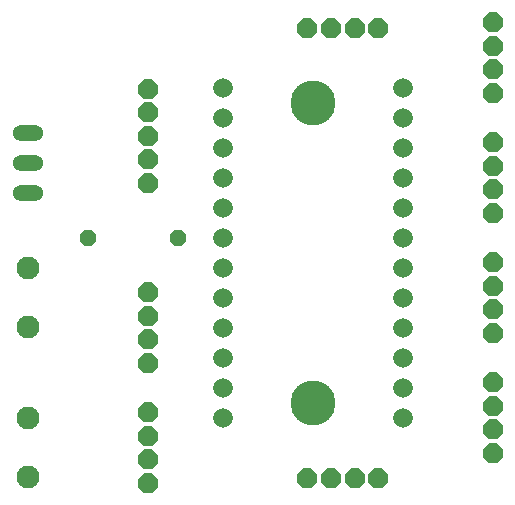
<source format=gbr>
%TF.GenerationSoftware,KiCad,Pcbnew,8.0.7*%
%TF.CreationDate,2025-04-10T14:03:15-05:00*%
%TF.ProjectId,AgBot_V2,4167426f-745f-4563-922e-6b696361645f,rev?*%
%TF.SameCoordinates,Original*%
%TF.FileFunction,Copper,L10,Inr*%
%TF.FilePolarity,Positive*%
%FSLAX46Y46*%
G04 Gerber Fmt 4.6, Leading zero omitted, Abs format (unit mm)*
G04 Created by KiCad (PCBNEW 8.0.7) date 2025-04-10 14:03:15*
%MOMM*%
%LPD*%
G01*
G04 APERTURE LIST*
G04 Aperture macros list*
%AMOutline5P*
0 Free polygon, 5 corners , with rotation*
0 The origin of the aperture is its center*
0 number of corners: always 5*
0 $1 to $10 corner X, Y*
0 $11 Rotation angle, in degrees counterclockwise*
0 create outline with 5 corners*
4,1,5,$1,$2,$3,$4,$5,$6,$7,$8,$9,$10,$1,$2,$11*%
%AMOutline6P*
0 Free polygon, 6 corners , with rotation*
0 The origin of the aperture is its center*
0 number of corners: always 6*
0 $1 to $12 corner X, Y*
0 $13 Rotation angle, in degrees counterclockwise*
0 create outline with 6 corners*
4,1,6,$1,$2,$3,$4,$5,$6,$7,$8,$9,$10,$11,$12,$1,$2,$13*%
%AMOutline7P*
0 Free polygon, 7 corners , with rotation*
0 The origin of the aperture is its center*
0 number of corners: always 7*
0 $1 to $14 corner X, Y*
0 $15 Rotation angle, in degrees counterclockwise*
0 create outline with 7 corners*
4,1,7,$1,$2,$3,$4,$5,$6,$7,$8,$9,$10,$11,$12,$13,$14,$1,$2,$15*%
%AMOutline8P*
0 Free polygon, 8 corners , with rotation*
0 The origin of the aperture is its center*
0 number of corners: always 8*
0 $1 to $16 corner X, Y*
0 $17 Rotation angle, in degrees counterclockwise*
0 create outline with 8 corners*
4,1,8,$1,$2,$3,$4,$5,$6,$7,$8,$9,$10,$11,$12,$13,$14,$15,$16,$1,$2,$17*%
G04 Aperture macros list end*
%TA.AperFunction,ComponentPad*%
%ADD10C,3.810000*%
%TD*%
%TA.AperFunction,ComponentPad*%
%ADD11C,1.665000*%
%TD*%
%TA.AperFunction,ComponentPad*%
%ADD12Outline8P,-0.660400X0.273547X-0.273547X0.660400X0.273547X0.660400X0.660400X0.273547X0.660400X-0.273547X0.273547X-0.660400X-0.273547X-0.660400X-0.660400X-0.273547X180.000000*%
%TD*%
%TA.AperFunction,ComponentPad*%
%ADD13Outline8P,-0.838200X0.347194X-0.347194X0.838200X0.347194X0.838200X0.838200X0.347194X0.838200X-0.347194X0.347194X-0.838200X-0.347194X-0.838200X-0.838200X-0.347194X90.000000*%
%TD*%
%TA.AperFunction,ComponentPad*%
%ADD14Outline8P,-0.838200X0.347194X-0.347194X0.838200X0.347194X0.838200X0.838200X0.347194X0.838200X-0.347194X0.347194X-0.838200X-0.347194X-0.838200X-0.838200X-0.347194X180.000000*%
%TD*%
%TA.AperFunction,ComponentPad*%
%ADD15Outline8P,-0.838200X0.347194X-0.347194X0.838200X0.347194X0.838200X0.838200X0.347194X0.838200X-0.347194X0.347194X-0.838200X-0.347194X-0.838200X-0.838200X-0.347194X270.000000*%
%TD*%
%TA.AperFunction,ComponentPad*%
%ADD16Outline8P,-0.838200X0.347194X-0.347194X0.838200X0.347194X0.838200X0.838200X0.347194X0.838200X-0.347194X0.347194X-0.838200X-0.347194X-0.838200X-0.838200X-0.347194X0.000000*%
%TD*%
%TA.AperFunction,ComponentPad*%
%ADD17O,2.641600X1.320800*%
%TD*%
%TA.AperFunction,ComponentPad*%
%ADD18C,1.950000*%
%TD*%
G04 APERTURE END LIST*
D10*
%TO.N,N/C*%
%TO.C,TCA9548A_MUX0*%
X153581100Y-117068600D03*
X153581100Y-91668600D03*
D11*
%TO.N,SCL7*%
X161201100Y-90398600D03*
%TO.N,SDA7*%
X161201100Y-92938600D03*
%TO.N,SCL6*%
X161201100Y-95478600D03*
%TO.N,SDA6*%
X161201100Y-98018600D03*
%TO.N,SCL5*%
X161201100Y-100558600D03*
%TO.N,SDA5*%
X161201100Y-103098600D03*
%TO.N,SCL4*%
X161201100Y-105638600D03*
%TO.N,SDA4*%
X161201100Y-108178600D03*
%TO.N,SCL3*%
X161201100Y-110718600D03*
%TO.N,SDA3*%
X161201100Y-113258600D03*
%TO.N,SCL2*%
X161201100Y-115798600D03*
%TO.N,SDA2*%
X161201100Y-118338600D03*
%TO.N,SCL1*%
X145961100Y-118338600D03*
%TO.N,SDA1*%
X145961100Y-115798600D03*
%TO.N,SCL0*%
X145961100Y-113258600D03*
%TO.N,SDA0*%
X145961100Y-110718600D03*
%TO.N,N/C*%
X145961100Y-108178600D03*
X145961100Y-105638600D03*
X145961100Y-103098600D03*
X145961100Y-100558600D03*
%TO.N,SCL*%
X145961100Y-98018600D03*
%TO.N,SDA*%
X145961100Y-95478600D03*
%TO.N,GND*%
X145961100Y-92938600D03*
%TO.N,5V*%
X145961100Y-90398600D03*
%TD*%
D12*
%TO.N,N$1*%
%TO.C,R1*%
X134531100Y-103098600D03*
%TO.N,SWITCH_VIN*%
X142151100Y-103098600D03*
%TD*%
D13*
%TO.N,SDA0*%
%TO.C,BNO_1*%
X139611100Y-107718600D03*
%TO.N,SCL0*%
X139611100Y-109718600D03*
%TO.N,5V*%
X139611100Y-111718600D03*
%TO.N,GND*%
X139611100Y-113718600D03*
%TD*%
%TO.N,SDA1*%
%TO.C,BNO_2*%
X139611100Y-117878600D03*
%TO.N,SCL1*%
X139611100Y-119878600D03*
%TO.N,5V*%
X139611100Y-121878600D03*
%TO.N,GND*%
X139611100Y-123878600D03*
%TD*%
D14*
%TO.N,SDA2*%
%TO.C,BNO_3*%
X153121100Y-123418600D03*
%TO.N,SCL2*%
X155121100Y-123418600D03*
%TO.N,5V*%
X157121100Y-123418600D03*
%TO.N,GND*%
X159121100Y-123418600D03*
%TD*%
D15*
%TO.N,SDA3*%
%TO.C,BNO_4*%
X168821100Y-121338600D03*
%TO.N,SCL3*%
X168821100Y-119338600D03*
%TO.N,5V*%
X168821100Y-117338600D03*
%TO.N,GND*%
X168821100Y-115338600D03*
%TD*%
%TO.N,SDA4*%
%TO.C,BNO_5*%
X168821100Y-111178600D03*
%TO.N,SCL4*%
X168821100Y-109178600D03*
%TO.N,5V*%
X168821100Y-107178600D03*
%TO.N,GND*%
X168821100Y-105178600D03*
%TD*%
%TO.N,SDA5*%
%TO.C,BNO_6*%
X168821100Y-101018600D03*
%TO.N,SCL5*%
X168821100Y-99018600D03*
%TO.N,5V*%
X168821100Y-97018600D03*
%TO.N,GND*%
X168821100Y-95018600D03*
%TD*%
%TO.N,SDA6*%
%TO.C,BNO_7*%
X168821100Y-90858600D03*
%TO.N,SCL6*%
X168821100Y-88858600D03*
%TO.N,5V*%
X168821100Y-86858600D03*
%TO.N,GND*%
X168821100Y-84858600D03*
%TD*%
D16*
%TO.N,SDA7*%
%TO.C,BNO_8*%
X159121100Y-85318600D03*
%TO.N,SCL7*%
X157121100Y-85318600D03*
%TO.N,5V*%
X155121100Y-85318600D03*
%TO.N,GND*%
X153121100Y-85318600D03*
%TD*%
D17*
%TO.N,N$1*%
%TO.C,T1*%
X129451100Y-96748600D03*
%TO.N,SWITCH_VCC*%
X129451100Y-99288600D03*
%TO.N,GND*%
X129451100Y-94208600D03*
%TD*%
D13*
%TO.N,5V*%
%TO.C,JETSON*%
X139611100Y-90478600D03*
%TO.N,GND*%
X139611100Y-92478600D03*
%TO.N,SDA*%
X139611100Y-94478600D03*
%TO.N,SCL*%
X139611100Y-96478600D03*
%TO.N,SWITCH_VIN*%
X139611100Y-98478600D03*
%TD*%
D18*
%TO.N,GND*%
%TO.C,POWER_IN*%
X129451100Y-118378600D03*
%TO.N,5V*%
X129451100Y-123378600D03*
%TD*%
%TO.N,GND*%
%TO.C,VICON*%
X129451100Y-110678600D03*
%TO.N,SWITCH_VCC*%
X129451100Y-105678600D03*
%TD*%
M02*

</source>
